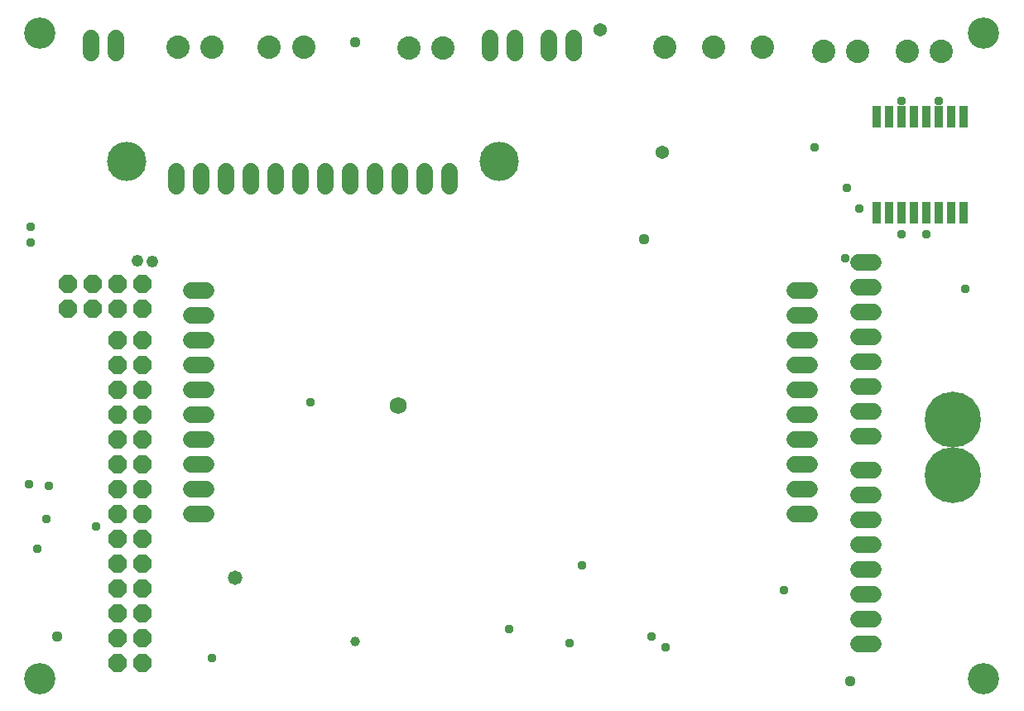
<source format=gbr>
G04 EAGLE Gerber RS-274X export*
G75*
%MOMM*%
%FSLAX34Y34*%
%LPD*%
%AMOC8*
5,1,8,0,0,1.08239X$1,22.5*%
G01*
%ADD10C,3.203194*%
%ADD11C,2.387600*%
%ADD12C,1.711200*%
%ADD13C,1.727200*%
%ADD14C,4.013200*%
%ADD15P,2.034460X8X22.500000*%
%ADD16P,2.034460X8X292.500000*%
%ADD17R,0.863600X2.235200*%
%ADD18C,5.719200*%
%ADD19C,0.959600*%
%ADD20C,0.990600*%
%ADD21C,1.117600*%
%ADD22C,1.727200*%
%ADD23C,1.371600*%
%ADD24C,1.219200*%
%ADD25C,1.473200*%


D10*
X25400Y685800D03*
X25400Y25400D03*
X990600Y25400D03*
X990600Y685800D03*
D11*
X826550Y666750D03*
X861550Y666750D03*
X912275Y666750D03*
X947275Y666750D03*
D12*
X444500Y544115D02*
X444500Y529035D01*
X419100Y529035D02*
X419100Y544115D01*
X393700Y544115D02*
X393700Y529035D01*
X368300Y529035D02*
X368300Y544115D01*
X342900Y544115D02*
X342900Y529035D01*
X317500Y529035D02*
X317500Y544115D01*
X292100Y544115D02*
X292100Y529035D01*
X266700Y529035D02*
X266700Y544115D01*
X241300Y544115D02*
X241300Y529035D01*
X215900Y529035D02*
X215900Y544115D01*
X190500Y544115D02*
X190500Y529035D01*
X165100Y529035D02*
X165100Y544115D01*
X77788Y665560D02*
X77788Y680640D01*
X103188Y680640D02*
X103188Y665560D01*
D13*
X179705Y193675D02*
X194945Y193675D01*
X194945Y219075D02*
X179705Y219075D01*
X179705Y244475D02*
X194945Y244475D01*
X194945Y269875D02*
X179705Y269875D01*
X179705Y295275D02*
X194945Y295275D01*
X194945Y320675D02*
X179705Y320675D01*
X179705Y346075D02*
X194945Y346075D01*
X194945Y371475D02*
X179705Y371475D01*
X179705Y396875D02*
X194945Y396875D01*
X194945Y422275D02*
X179705Y422275D01*
X796925Y422275D02*
X812165Y422275D01*
X812165Y396875D02*
X796925Y396875D01*
X796925Y371475D02*
X812165Y371475D01*
X812165Y346075D02*
X796925Y346075D01*
X796925Y320675D02*
X812165Y320675D01*
X812165Y295275D02*
X796925Y295275D01*
X796925Y269875D02*
X812165Y269875D01*
X812165Y244475D02*
X796925Y244475D01*
X796925Y219075D02*
X812165Y219075D01*
X812165Y193675D02*
X796925Y193675D01*
D12*
X862410Y60325D02*
X877490Y60325D01*
X877490Y85725D02*
X862410Y85725D01*
X862410Y111125D02*
X877490Y111125D01*
X877490Y136525D02*
X862410Y136525D01*
X862410Y161925D02*
X877490Y161925D01*
X877490Y187325D02*
X862410Y187325D01*
X862410Y212725D02*
X877490Y212725D01*
X877490Y238125D02*
X862410Y238125D01*
X862410Y273050D02*
X877490Y273050D01*
X877490Y298450D02*
X862410Y298450D01*
X862410Y323850D02*
X877490Y323850D01*
X877490Y349250D02*
X862410Y349250D01*
X862410Y374650D02*
X877490Y374650D01*
X877490Y400050D02*
X862410Y400050D01*
X862410Y425450D02*
X877490Y425450D01*
X877490Y450850D02*
X862410Y450850D01*
D14*
X114300Y554482D03*
X495300Y554482D03*
D11*
X764375Y671513D03*
X714375Y671513D03*
X664375Y671513D03*
X259813Y671513D03*
X294813Y671513D03*
X166150Y671513D03*
X201150Y671513D03*
D12*
X546100Y665560D02*
X546100Y680640D01*
X571500Y680640D02*
X571500Y665560D01*
X485775Y665560D02*
X485775Y680640D01*
X511175Y680640D02*
X511175Y665560D01*
D15*
X53975Y403225D03*
X53975Y428625D03*
X79375Y403225D03*
X79375Y428625D03*
X104775Y403225D03*
X104775Y428625D03*
X130175Y403225D03*
X130175Y428625D03*
D16*
X104775Y371475D03*
X130175Y371475D03*
X104775Y346075D03*
X130175Y346075D03*
X104775Y320675D03*
X130175Y320675D03*
X104775Y295275D03*
X130175Y295275D03*
X104775Y269875D03*
X130175Y269875D03*
X104775Y244475D03*
X130175Y244475D03*
X104775Y219075D03*
X130175Y219075D03*
X104775Y193675D03*
X130175Y193675D03*
X104775Y168275D03*
X130175Y168275D03*
X104775Y142875D03*
X130175Y142875D03*
X104775Y117475D03*
X130175Y117475D03*
X104775Y92075D03*
X130175Y92075D03*
X104775Y66675D03*
X130175Y66675D03*
X104775Y41275D03*
X130175Y41275D03*
D11*
X402688Y669925D03*
X437688Y669925D03*
D17*
X969963Y501841D03*
X957263Y501841D03*
X944563Y501841D03*
X931863Y501841D03*
X919163Y501841D03*
X906463Y501841D03*
X893763Y501841D03*
X881063Y501841D03*
X881063Y599885D03*
X893763Y599885D03*
X906463Y599885D03*
X919163Y599885D03*
X931863Y599885D03*
X944563Y599885D03*
X957263Y599885D03*
X969963Y599885D03*
D18*
X958850Y290513D03*
X958850Y233363D03*
D19*
X201613Y46038D03*
X971550Y423863D03*
D20*
X347663Y63500D03*
D19*
X14288Y223838D03*
X31750Y188913D03*
X863600Y506413D03*
X817563Y568325D03*
X15875Y487363D03*
X15875Y471488D03*
D21*
X347663Y676275D03*
X854075Y22225D03*
X42863Y68263D03*
D19*
X850900Y527050D03*
X301625Y307975D03*
X944563Y615950D03*
D22*
X392113Y304800D03*
D19*
X34748Y222073D03*
X22225Y157836D03*
X566738Y61913D03*
X504825Y76200D03*
X785879Y115888D03*
X906463Y615950D03*
D21*
X642938Y474663D03*
D19*
X82550Y180975D03*
D23*
X598488Y688975D03*
X661988Y563563D03*
D19*
X848664Y454964D03*
D24*
X140225Y451913D03*
X125413Y452438D03*
D25*
X225138Y128588D03*
D19*
X665163Y57150D03*
X931863Y479425D03*
X906463Y479425D03*
X650875Y68263D03*
X579438Y141288D03*
M02*

</source>
